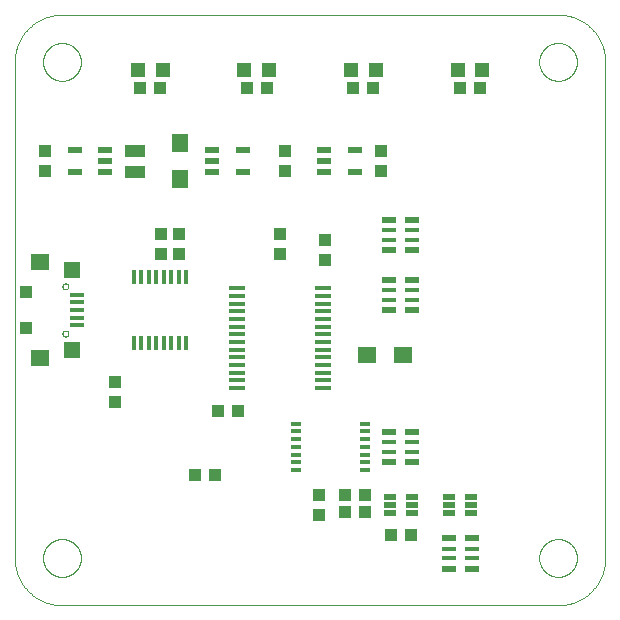
<source format=gtp>
G75*
%MOIN*%
%OFA0B0*%
%FSLAX25Y25*%
%IPPOS*%
%LPD*%
%AMOC8*
5,1,8,0,0,1.08239X$1,22.5*
%
%ADD10R,0.03937X0.04331*%
%ADD11R,0.04724X0.04724*%
%ADD12R,0.04331X0.03937*%
%ADD13R,0.06299X0.05512*%
%ADD14R,0.07008X0.04016*%
%ADD15R,0.05512X0.06299*%
%ADD16R,0.04528X0.01732*%
%ADD17R,0.04528X0.02480*%
%ADD18R,0.05500X0.01370*%
%ADD19R,0.04724X0.02165*%
%ADD20R,0.01260X0.04961*%
%ADD21C,0.00000*%
%ADD22R,0.05906X0.05315*%
%ADD23R,0.05512X0.05512*%
%ADD24R,0.04724X0.01575*%
%ADD25R,0.03543X0.01378*%
%ADD26R,0.03937X0.01850*%
D10*
X0116197Y0106500D03*
X0122890Y0106500D03*
X0089543Y0130654D03*
X0089543Y0137346D03*
X0060016Y0155594D03*
X0060016Y0167406D03*
X0104856Y0180029D03*
X0110793Y0180029D03*
X0110793Y0186721D03*
X0104856Y0186721D03*
X0066165Y0207738D03*
X0066165Y0214431D03*
X0097902Y0235516D03*
X0104594Y0235516D03*
X0133433Y0235516D03*
X0140126Y0235516D03*
X0146165Y0214431D03*
X0146165Y0207738D03*
X0159543Y0184846D03*
X0159543Y0178154D03*
X0178043Y0207738D03*
X0178043Y0214431D03*
X0175657Y0235516D03*
X0168965Y0235516D03*
X0204492Y0235516D03*
X0211185Y0235516D03*
X0172890Y0099937D03*
X0166197Y0099937D03*
X0166197Y0094312D03*
X0172890Y0094312D03*
X0157668Y0093154D03*
X0157668Y0099846D03*
D11*
X0168177Y0241500D03*
X0176445Y0241500D03*
X0203705Y0241500D03*
X0211972Y0241500D03*
X0140913Y0241500D03*
X0132646Y0241500D03*
X0105382Y0241500D03*
X0097114Y0241500D03*
D12*
X0144543Y0186721D03*
X0144543Y0180029D03*
X0130390Y0127712D03*
X0123697Y0127712D03*
X0181509Y0086500D03*
X0188202Y0086500D03*
D13*
X0185449Y0146500D03*
X0173638Y0146500D03*
D14*
X0096165Y0207581D03*
X0096165Y0214589D03*
D15*
X0111165Y0216990D03*
X0111165Y0205179D03*
D16*
X0180705Y0188075D03*
X0180705Y0184925D03*
X0188382Y0184925D03*
X0188382Y0188075D03*
X0188382Y0168075D03*
X0188382Y0164925D03*
X0180705Y0164925D03*
X0180705Y0168075D03*
X0180705Y0117450D03*
X0180705Y0114300D03*
X0188382Y0114300D03*
X0188382Y0117450D03*
X0200705Y0081825D03*
X0200705Y0078675D03*
X0208382Y0078675D03*
X0208382Y0081825D03*
D17*
X0208382Y0085348D03*
X0200705Y0085348D03*
X0200705Y0075152D03*
X0208382Y0075152D03*
X0188382Y0110777D03*
X0180705Y0110777D03*
X0180705Y0120973D03*
X0188382Y0120973D03*
X0188382Y0161402D03*
X0180705Y0161402D03*
X0180705Y0171598D03*
X0188382Y0171598D03*
X0188382Y0181402D03*
X0180705Y0181402D03*
X0180705Y0191598D03*
X0188382Y0191598D03*
D18*
X0158937Y0168759D03*
X0158937Y0166200D03*
X0158937Y0163641D03*
X0158937Y0161082D03*
X0158937Y0158523D03*
X0158937Y0155964D03*
X0158937Y0153405D03*
X0158937Y0150845D03*
X0158937Y0148286D03*
X0158937Y0145727D03*
X0158937Y0143168D03*
X0158937Y0140609D03*
X0158937Y0138050D03*
X0158937Y0135491D03*
X0130150Y0135491D03*
X0130150Y0138050D03*
X0130150Y0140609D03*
X0130150Y0143168D03*
X0130150Y0145727D03*
X0130150Y0148286D03*
X0130150Y0150845D03*
X0130150Y0153405D03*
X0130150Y0155964D03*
X0130150Y0158523D03*
X0130150Y0161082D03*
X0130150Y0163641D03*
X0130150Y0166200D03*
X0130150Y0168759D03*
D19*
X0132161Y0207344D03*
X0121925Y0207344D03*
X0121925Y0211085D03*
X0121925Y0214825D03*
X0132161Y0214825D03*
X0159157Y0214825D03*
X0159157Y0211085D03*
X0159157Y0207344D03*
X0169394Y0207344D03*
X0169394Y0214825D03*
X0086283Y0214825D03*
X0086283Y0211085D03*
X0086283Y0207344D03*
X0076047Y0207344D03*
X0076047Y0214825D03*
D20*
X0095791Y0172441D03*
X0098291Y0172441D03*
X0100791Y0172441D03*
X0103291Y0172441D03*
X0105791Y0172441D03*
X0108291Y0172441D03*
X0110791Y0172441D03*
X0113291Y0172441D03*
X0113291Y0150559D03*
X0110791Y0150559D03*
X0108291Y0150559D03*
X0105791Y0150559D03*
X0103291Y0150559D03*
X0100791Y0150559D03*
X0098291Y0150559D03*
X0095791Y0150559D03*
D21*
X0071866Y0063075D02*
X0237220Y0063075D01*
X0230921Y0078823D02*
X0230923Y0078981D01*
X0230929Y0079139D01*
X0230939Y0079297D01*
X0230953Y0079455D01*
X0230971Y0079612D01*
X0230992Y0079769D01*
X0231018Y0079925D01*
X0231048Y0080081D01*
X0231081Y0080236D01*
X0231119Y0080389D01*
X0231160Y0080542D01*
X0231205Y0080694D01*
X0231254Y0080845D01*
X0231307Y0080994D01*
X0231363Y0081142D01*
X0231423Y0081288D01*
X0231487Y0081433D01*
X0231555Y0081576D01*
X0231626Y0081718D01*
X0231700Y0081858D01*
X0231778Y0081995D01*
X0231860Y0082131D01*
X0231944Y0082265D01*
X0232033Y0082396D01*
X0232124Y0082525D01*
X0232219Y0082652D01*
X0232316Y0082777D01*
X0232417Y0082899D01*
X0232521Y0083018D01*
X0232628Y0083135D01*
X0232738Y0083249D01*
X0232851Y0083360D01*
X0232966Y0083469D01*
X0233084Y0083574D01*
X0233205Y0083676D01*
X0233328Y0083776D01*
X0233454Y0083872D01*
X0233582Y0083965D01*
X0233712Y0084055D01*
X0233845Y0084141D01*
X0233980Y0084225D01*
X0234116Y0084304D01*
X0234255Y0084381D01*
X0234396Y0084453D01*
X0234538Y0084523D01*
X0234682Y0084588D01*
X0234828Y0084650D01*
X0234975Y0084708D01*
X0235124Y0084763D01*
X0235274Y0084814D01*
X0235425Y0084861D01*
X0235577Y0084904D01*
X0235730Y0084943D01*
X0235885Y0084979D01*
X0236040Y0085010D01*
X0236196Y0085038D01*
X0236352Y0085062D01*
X0236509Y0085082D01*
X0236667Y0085098D01*
X0236824Y0085110D01*
X0236983Y0085118D01*
X0237141Y0085122D01*
X0237299Y0085122D01*
X0237457Y0085118D01*
X0237616Y0085110D01*
X0237773Y0085098D01*
X0237931Y0085082D01*
X0238088Y0085062D01*
X0238244Y0085038D01*
X0238400Y0085010D01*
X0238555Y0084979D01*
X0238710Y0084943D01*
X0238863Y0084904D01*
X0239015Y0084861D01*
X0239166Y0084814D01*
X0239316Y0084763D01*
X0239465Y0084708D01*
X0239612Y0084650D01*
X0239758Y0084588D01*
X0239902Y0084523D01*
X0240044Y0084453D01*
X0240185Y0084381D01*
X0240324Y0084304D01*
X0240460Y0084225D01*
X0240595Y0084141D01*
X0240728Y0084055D01*
X0240858Y0083965D01*
X0240986Y0083872D01*
X0241112Y0083776D01*
X0241235Y0083676D01*
X0241356Y0083574D01*
X0241474Y0083469D01*
X0241589Y0083360D01*
X0241702Y0083249D01*
X0241812Y0083135D01*
X0241919Y0083018D01*
X0242023Y0082899D01*
X0242124Y0082777D01*
X0242221Y0082652D01*
X0242316Y0082525D01*
X0242407Y0082396D01*
X0242496Y0082265D01*
X0242580Y0082131D01*
X0242662Y0081995D01*
X0242740Y0081858D01*
X0242814Y0081718D01*
X0242885Y0081576D01*
X0242953Y0081433D01*
X0243017Y0081288D01*
X0243077Y0081142D01*
X0243133Y0080994D01*
X0243186Y0080845D01*
X0243235Y0080694D01*
X0243280Y0080542D01*
X0243321Y0080389D01*
X0243359Y0080236D01*
X0243392Y0080081D01*
X0243422Y0079925D01*
X0243448Y0079769D01*
X0243469Y0079612D01*
X0243487Y0079455D01*
X0243501Y0079297D01*
X0243511Y0079139D01*
X0243517Y0078981D01*
X0243519Y0078823D01*
X0243517Y0078665D01*
X0243511Y0078507D01*
X0243501Y0078349D01*
X0243487Y0078191D01*
X0243469Y0078034D01*
X0243448Y0077877D01*
X0243422Y0077721D01*
X0243392Y0077565D01*
X0243359Y0077410D01*
X0243321Y0077257D01*
X0243280Y0077104D01*
X0243235Y0076952D01*
X0243186Y0076801D01*
X0243133Y0076652D01*
X0243077Y0076504D01*
X0243017Y0076358D01*
X0242953Y0076213D01*
X0242885Y0076070D01*
X0242814Y0075928D01*
X0242740Y0075788D01*
X0242662Y0075651D01*
X0242580Y0075515D01*
X0242496Y0075381D01*
X0242407Y0075250D01*
X0242316Y0075121D01*
X0242221Y0074994D01*
X0242124Y0074869D01*
X0242023Y0074747D01*
X0241919Y0074628D01*
X0241812Y0074511D01*
X0241702Y0074397D01*
X0241589Y0074286D01*
X0241474Y0074177D01*
X0241356Y0074072D01*
X0241235Y0073970D01*
X0241112Y0073870D01*
X0240986Y0073774D01*
X0240858Y0073681D01*
X0240728Y0073591D01*
X0240595Y0073505D01*
X0240460Y0073421D01*
X0240324Y0073342D01*
X0240185Y0073265D01*
X0240044Y0073193D01*
X0239902Y0073123D01*
X0239758Y0073058D01*
X0239612Y0072996D01*
X0239465Y0072938D01*
X0239316Y0072883D01*
X0239166Y0072832D01*
X0239015Y0072785D01*
X0238863Y0072742D01*
X0238710Y0072703D01*
X0238555Y0072667D01*
X0238400Y0072636D01*
X0238244Y0072608D01*
X0238088Y0072584D01*
X0237931Y0072564D01*
X0237773Y0072548D01*
X0237616Y0072536D01*
X0237457Y0072528D01*
X0237299Y0072524D01*
X0237141Y0072524D01*
X0236983Y0072528D01*
X0236824Y0072536D01*
X0236667Y0072548D01*
X0236509Y0072564D01*
X0236352Y0072584D01*
X0236196Y0072608D01*
X0236040Y0072636D01*
X0235885Y0072667D01*
X0235730Y0072703D01*
X0235577Y0072742D01*
X0235425Y0072785D01*
X0235274Y0072832D01*
X0235124Y0072883D01*
X0234975Y0072938D01*
X0234828Y0072996D01*
X0234682Y0073058D01*
X0234538Y0073123D01*
X0234396Y0073193D01*
X0234255Y0073265D01*
X0234116Y0073342D01*
X0233980Y0073421D01*
X0233845Y0073505D01*
X0233712Y0073591D01*
X0233582Y0073681D01*
X0233454Y0073774D01*
X0233328Y0073870D01*
X0233205Y0073970D01*
X0233084Y0074072D01*
X0232966Y0074177D01*
X0232851Y0074286D01*
X0232738Y0074397D01*
X0232628Y0074511D01*
X0232521Y0074628D01*
X0232417Y0074747D01*
X0232316Y0074869D01*
X0232219Y0074994D01*
X0232124Y0075121D01*
X0232033Y0075250D01*
X0231944Y0075381D01*
X0231860Y0075515D01*
X0231778Y0075651D01*
X0231700Y0075788D01*
X0231626Y0075928D01*
X0231555Y0076070D01*
X0231487Y0076213D01*
X0231423Y0076358D01*
X0231363Y0076504D01*
X0231307Y0076652D01*
X0231254Y0076801D01*
X0231205Y0076952D01*
X0231160Y0077104D01*
X0231119Y0077257D01*
X0231081Y0077410D01*
X0231048Y0077565D01*
X0231018Y0077721D01*
X0230992Y0077877D01*
X0230971Y0078034D01*
X0230953Y0078191D01*
X0230939Y0078349D01*
X0230929Y0078507D01*
X0230923Y0078665D01*
X0230921Y0078823D01*
X0237220Y0063075D02*
X0237601Y0063080D01*
X0237981Y0063093D01*
X0238361Y0063116D01*
X0238740Y0063149D01*
X0239118Y0063190D01*
X0239495Y0063240D01*
X0239871Y0063300D01*
X0240246Y0063368D01*
X0240618Y0063446D01*
X0240989Y0063533D01*
X0241357Y0063628D01*
X0241723Y0063733D01*
X0242086Y0063846D01*
X0242447Y0063968D01*
X0242804Y0064098D01*
X0243158Y0064238D01*
X0243509Y0064385D01*
X0243856Y0064542D01*
X0244199Y0064706D01*
X0244538Y0064879D01*
X0244873Y0065060D01*
X0245204Y0065249D01*
X0245529Y0065446D01*
X0245850Y0065650D01*
X0246166Y0065863D01*
X0246476Y0066083D01*
X0246782Y0066310D01*
X0247081Y0066545D01*
X0247375Y0066787D01*
X0247663Y0067035D01*
X0247945Y0067291D01*
X0248220Y0067554D01*
X0248489Y0067823D01*
X0248752Y0068098D01*
X0249008Y0068380D01*
X0249256Y0068668D01*
X0249498Y0068962D01*
X0249733Y0069261D01*
X0249960Y0069567D01*
X0250180Y0069877D01*
X0250393Y0070193D01*
X0250597Y0070514D01*
X0250794Y0070839D01*
X0250983Y0071170D01*
X0251164Y0071505D01*
X0251337Y0071844D01*
X0251501Y0072187D01*
X0251658Y0072534D01*
X0251805Y0072885D01*
X0251945Y0073239D01*
X0252075Y0073596D01*
X0252197Y0073957D01*
X0252310Y0074320D01*
X0252415Y0074686D01*
X0252510Y0075054D01*
X0252597Y0075425D01*
X0252675Y0075797D01*
X0252743Y0076172D01*
X0252803Y0076548D01*
X0252853Y0076925D01*
X0252894Y0077303D01*
X0252927Y0077682D01*
X0252950Y0078062D01*
X0252963Y0078442D01*
X0252968Y0078823D01*
X0252969Y0078823D02*
X0252969Y0244177D01*
X0230921Y0244177D02*
X0230923Y0244335D01*
X0230929Y0244493D01*
X0230939Y0244651D01*
X0230953Y0244809D01*
X0230971Y0244966D01*
X0230992Y0245123D01*
X0231018Y0245279D01*
X0231048Y0245435D01*
X0231081Y0245590D01*
X0231119Y0245743D01*
X0231160Y0245896D01*
X0231205Y0246048D01*
X0231254Y0246199D01*
X0231307Y0246348D01*
X0231363Y0246496D01*
X0231423Y0246642D01*
X0231487Y0246787D01*
X0231555Y0246930D01*
X0231626Y0247072D01*
X0231700Y0247212D01*
X0231778Y0247349D01*
X0231860Y0247485D01*
X0231944Y0247619D01*
X0232033Y0247750D01*
X0232124Y0247879D01*
X0232219Y0248006D01*
X0232316Y0248131D01*
X0232417Y0248253D01*
X0232521Y0248372D01*
X0232628Y0248489D01*
X0232738Y0248603D01*
X0232851Y0248714D01*
X0232966Y0248823D01*
X0233084Y0248928D01*
X0233205Y0249030D01*
X0233328Y0249130D01*
X0233454Y0249226D01*
X0233582Y0249319D01*
X0233712Y0249409D01*
X0233845Y0249495D01*
X0233980Y0249579D01*
X0234116Y0249658D01*
X0234255Y0249735D01*
X0234396Y0249807D01*
X0234538Y0249877D01*
X0234682Y0249942D01*
X0234828Y0250004D01*
X0234975Y0250062D01*
X0235124Y0250117D01*
X0235274Y0250168D01*
X0235425Y0250215D01*
X0235577Y0250258D01*
X0235730Y0250297D01*
X0235885Y0250333D01*
X0236040Y0250364D01*
X0236196Y0250392D01*
X0236352Y0250416D01*
X0236509Y0250436D01*
X0236667Y0250452D01*
X0236824Y0250464D01*
X0236983Y0250472D01*
X0237141Y0250476D01*
X0237299Y0250476D01*
X0237457Y0250472D01*
X0237616Y0250464D01*
X0237773Y0250452D01*
X0237931Y0250436D01*
X0238088Y0250416D01*
X0238244Y0250392D01*
X0238400Y0250364D01*
X0238555Y0250333D01*
X0238710Y0250297D01*
X0238863Y0250258D01*
X0239015Y0250215D01*
X0239166Y0250168D01*
X0239316Y0250117D01*
X0239465Y0250062D01*
X0239612Y0250004D01*
X0239758Y0249942D01*
X0239902Y0249877D01*
X0240044Y0249807D01*
X0240185Y0249735D01*
X0240324Y0249658D01*
X0240460Y0249579D01*
X0240595Y0249495D01*
X0240728Y0249409D01*
X0240858Y0249319D01*
X0240986Y0249226D01*
X0241112Y0249130D01*
X0241235Y0249030D01*
X0241356Y0248928D01*
X0241474Y0248823D01*
X0241589Y0248714D01*
X0241702Y0248603D01*
X0241812Y0248489D01*
X0241919Y0248372D01*
X0242023Y0248253D01*
X0242124Y0248131D01*
X0242221Y0248006D01*
X0242316Y0247879D01*
X0242407Y0247750D01*
X0242496Y0247619D01*
X0242580Y0247485D01*
X0242662Y0247349D01*
X0242740Y0247212D01*
X0242814Y0247072D01*
X0242885Y0246930D01*
X0242953Y0246787D01*
X0243017Y0246642D01*
X0243077Y0246496D01*
X0243133Y0246348D01*
X0243186Y0246199D01*
X0243235Y0246048D01*
X0243280Y0245896D01*
X0243321Y0245743D01*
X0243359Y0245590D01*
X0243392Y0245435D01*
X0243422Y0245279D01*
X0243448Y0245123D01*
X0243469Y0244966D01*
X0243487Y0244809D01*
X0243501Y0244651D01*
X0243511Y0244493D01*
X0243517Y0244335D01*
X0243519Y0244177D01*
X0243517Y0244019D01*
X0243511Y0243861D01*
X0243501Y0243703D01*
X0243487Y0243545D01*
X0243469Y0243388D01*
X0243448Y0243231D01*
X0243422Y0243075D01*
X0243392Y0242919D01*
X0243359Y0242764D01*
X0243321Y0242611D01*
X0243280Y0242458D01*
X0243235Y0242306D01*
X0243186Y0242155D01*
X0243133Y0242006D01*
X0243077Y0241858D01*
X0243017Y0241712D01*
X0242953Y0241567D01*
X0242885Y0241424D01*
X0242814Y0241282D01*
X0242740Y0241142D01*
X0242662Y0241005D01*
X0242580Y0240869D01*
X0242496Y0240735D01*
X0242407Y0240604D01*
X0242316Y0240475D01*
X0242221Y0240348D01*
X0242124Y0240223D01*
X0242023Y0240101D01*
X0241919Y0239982D01*
X0241812Y0239865D01*
X0241702Y0239751D01*
X0241589Y0239640D01*
X0241474Y0239531D01*
X0241356Y0239426D01*
X0241235Y0239324D01*
X0241112Y0239224D01*
X0240986Y0239128D01*
X0240858Y0239035D01*
X0240728Y0238945D01*
X0240595Y0238859D01*
X0240460Y0238775D01*
X0240324Y0238696D01*
X0240185Y0238619D01*
X0240044Y0238547D01*
X0239902Y0238477D01*
X0239758Y0238412D01*
X0239612Y0238350D01*
X0239465Y0238292D01*
X0239316Y0238237D01*
X0239166Y0238186D01*
X0239015Y0238139D01*
X0238863Y0238096D01*
X0238710Y0238057D01*
X0238555Y0238021D01*
X0238400Y0237990D01*
X0238244Y0237962D01*
X0238088Y0237938D01*
X0237931Y0237918D01*
X0237773Y0237902D01*
X0237616Y0237890D01*
X0237457Y0237882D01*
X0237299Y0237878D01*
X0237141Y0237878D01*
X0236983Y0237882D01*
X0236824Y0237890D01*
X0236667Y0237902D01*
X0236509Y0237918D01*
X0236352Y0237938D01*
X0236196Y0237962D01*
X0236040Y0237990D01*
X0235885Y0238021D01*
X0235730Y0238057D01*
X0235577Y0238096D01*
X0235425Y0238139D01*
X0235274Y0238186D01*
X0235124Y0238237D01*
X0234975Y0238292D01*
X0234828Y0238350D01*
X0234682Y0238412D01*
X0234538Y0238477D01*
X0234396Y0238547D01*
X0234255Y0238619D01*
X0234116Y0238696D01*
X0233980Y0238775D01*
X0233845Y0238859D01*
X0233712Y0238945D01*
X0233582Y0239035D01*
X0233454Y0239128D01*
X0233328Y0239224D01*
X0233205Y0239324D01*
X0233084Y0239426D01*
X0232966Y0239531D01*
X0232851Y0239640D01*
X0232738Y0239751D01*
X0232628Y0239865D01*
X0232521Y0239982D01*
X0232417Y0240101D01*
X0232316Y0240223D01*
X0232219Y0240348D01*
X0232124Y0240475D01*
X0232033Y0240604D01*
X0231944Y0240735D01*
X0231860Y0240869D01*
X0231778Y0241005D01*
X0231700Y0241142D01*
X0231626Y0241282D01*
X0231555Y0241424D01*
X0231487Y0241567D01*
X0231423Y0241712D01*
X0231363Y0241858D01*
X0231307Y0242006D01*
X0231254Y0242155D01*
X0231205Y0242306D01*
X0231160Y0242458D01*
X0231119Y0242611D01*
X0231081Y0242764D01*
X0231048Y0242919D01*
X0231018Y0243075D01*
X0230992Y0243231D01*
X0230971Y0243388D01*
X0230953Y0243545D01*
X0230939Y0243703D01*
X0230929Y0243861D01*
X0230923Y0244019D01*
X0230921Y0244177D01*
X0237220Y0259925D02*
X0237601Y0259920D01*
X0237981Y0259907D01*
X0238361Y0259884D01*
X0238740Y0259851D01*
X0239118Y0259810D01*
X0239495Y0259760D01*
X0239871Y0259700D01*
X0240246Y0259632D01*
X0240618Y0259554D01*
X0240989Y0259467D01*
X0241357Y0259372D01*
X0241723Y0259267D01*
X0242086Y0259154D01*
X0242447Y0259032D01*
X0242804Y0258902D01*
X0243158Y0258762D01*
X0243509Y0258615D01*
X0243856Y0258458D01*
X0244199Y0258294D01*
X0244538Y0258121D01*
X0244873Y0257940D01*
X0245204Y0257751D01*
X0245529Y0257554D01*
X0245850Y0257350D01*
X0246166Y0257137D01*
X0246476Y0256917D01*
X0246782Y0256690D01*
X0247081Y0256455D01*
X0247375Y0256213D01*
X0247663Y0255965D01*
X0247945Y0255709D01*
X0248220Y0255446D01*
X0248489Y0255177D01*
X0248752Y0254902D01*
X0249008Y0254620D01*
X0249256Y0254332D01*
X0249498Y0254038D01*
X0249733Y0253739D01*
X0249960Y0253433D01*
X0250180Y0253123D01*
X0250393Y0252807D01*
X0250597Y0252486D01*
X0250794Y0252161D01*
X0250983Y0251830D01*
X0251164Y0251495D01*
X0251337Y0251156D01*
X0251501Y0250813D01*
X0251658Y0250466D01*
X0251805Y0250115D01*
X0251945Y0249761D01*
X0252075Y0249404D01*
X0252197Y0249043D01*
X0252310Y0248680D01*
X0252415Y0248314D01*
X0252510Y0247946D01*
X0252597Y0247575D01*
X0252675Y0247203D01*
X0252743Y0246828D01*
X0252803Y0246452D01*
X0252853Y0246075D01*
X0252894Y0245697D01*
X0252927Y0245318D01*
X0252950Y0244938D01*
X0252963Y0244558D01*
X0252968Y0244177D01*
X0237220Y0259925D02*
X0071866Y0259925D01*
X0065567Y0244177D02*
X0065569Y0244335D01*
X0065575Y0244493D01*
X0065585Y0244651D01*
X0065599Y0244809D01*
X0065617Y0244966D01*
X0065638Y0245123D01*
X0065664Y0245279D01*
X0065694Y0245435D01*
X0065727Y0245590D01*
X0065765Y0245743D01*
X0065806Y0245896D01*
X0065851Y0246048D01*
X0065900Y0246199D01*
X0065953Y0246348D01*
X0066009Y0246496D01*
X0066069Y0246642D01*
X0066133Y0246787D01*
X0066201Y0246930D01*
X0066272Y0247072D01*
X0066346Y0247212D01*
X0066424Y0247349D01*
X0066506Y0247485D01*
X0066590Y0247619D01*
X0066679Y0247750D01*
X0066770Y0247879D01*
X0066865Y0248006D01*
X0066962Y0248131D01*
X0067063Y0248253D01*
X0067167Y0248372D01*
X0067274Y0248489D01*
X0067384Y0248603D01*
X0067497Y0248714D01*
X0067612Y0248823D01*
X0067730Y0248928D01*
X0067851Y0249030D01*
X0067974Y0249130D01*
X0068100Y0249226D01*
X0068228Y0249319D01*
X0068358Y0249409D01*
X0068491Y0249495D01*
X0068626Y0249579D01*
X0068762Y0249658D01*
X0068901Y0249735D01*
X0069042Y0249807D01*
X0069184Y0249877D01*
X0069328Y0249942D01*
X0069474Y0250004D01*
X0069621Y0250062D01*
X0069770Y0250117D01*
X0069920Y0250168D01*
X0070071Y0250215D01*
X0070223Y0250258D01*
X0070376Y0250297D01*
X0070531Y0250333D01*
X0070686Y0250364D01*
X0070842Y0250392D01*
X0070998Y0250416D01*
X0071155Y0250436D01*
X0071313Y0250452D01*
X0071470Y0250464D01*
X0071629Y0250472D01*
X0071787Y0250476D01*
X0071945Y0250476D01*
X0072103Y0250472D01*
X0072262Y0250464D01*
X0072419Y0250452D01*
X0072577Y0250436D01*
X0072734Y0250416D01*
X0072890Y0250392D01*
X0073046Y0250364D01*
X0073201Y0250333D01*
X0073356Y0250297D01*
X0073509Y0250258D01*
X0073661Y0250215D01*
X0073812Y0250168D01*
X0073962Y0250117D01*
X0074111Y0250062D01*
X0074258Y0250004D01*
X0074404Y0249942D01*
X0074548Y0249877D01*
X0074690Y0249807D01*
X0074831Y0249735D01*
X0074970Y0249658D01*
X0075106Y0249579D01*
X0075241Y0249495D01*
X0075374Y0249409D01*
X0075504Y0249319D01*
X0075632Y0249226D01*
X0075758Y0249130D01*
X0075881Y0249030D01*
X0076002Y0248928D01*
X0076120Y0248823D01*
X0076235Y0248714D01*
X0076348Y0248603D01*
X0076458Y0248489D01*
X0076565Y0248372D01*
X0076669Y0248253D01*
X0076770Y0248131D01*
X0076867Y0248006D01*
X0076962Y0247879D01*
X0077053Y0247750D01*
X0077142Y0247619D01*
X0077226Y0247485D01*
X0077308Y0247349D01*
X0077386Y0247212D01*
X0077460Y0247072D01*
X0077531Y0246930D01*
X0077599Y0246787D01*
X0077663Y0246642D01*
X0077723Y0246496D01*
X0077779Y0246348D01*
X0077832Y0246199D01*
X0077881Y0246048D01*
X0077926Y0245896D01*
X0077967Y0245743D01*
X0078005Y0245590D01*
X0078038Y0245435D01*
X0078068Y0245279D01*
X0078094Y0245123D01*
X0078115Y0244966D01*
X0078133Y0244809D01*
X0078147Y0244651D01*
X0078157Y0244493D01*
X0078163Y0244335D01*
X0078165Y0244177D01*
X0078163Y0244019D01*
X0078157Y0243861D01*
X0078147Y0243703D01*
X0078133Y0243545D01*
X0078115Y0243388D01*
X0078094Y0243231D01*
X0078068Y0243075D01*
X0078038Y0242919D01*
X0078005Y0242764D01*
X0077967Y0242611D01*
X0077926Y0242458D01*
X0077881Y0242306D01*
X0077832Y0242155D01*
X0077779Y0242006D01*
X0077723Y0241858D01*
X0077663Y0241712D01*
X0077599Y0241567D01*
X0077531Y0241424D01*
X0077460Y0241282D01*
X0077386Y0241142D01*
X0077308Y0241005D01*
X0077226Y0240869D01*
X0077142Y0240735D01*
X0077053Y0240604D01*
X0076962Y0240475D01*
X0076867Y0240348D01*
X0076770Y0240223D01*
X0076669Y0240101D01*
X0076565Y0239982D01*
X0076458Y0239865D01*
X0076348Y0239751D01*
X0076235Y0239640D01*
X0076120Y0239531D01*
X0076002Y0239426D01*
X0075881Y0239324D01*
X0075758Y0239224D01*
X0075632Y0239128D01*
X0075504Y0239035D01*
X0075374Y0238945D01*
X0075241Y0238859D01*
X0075106Y0238775D01*
X0074970Y0238696D01*
X0074831Y0238619D01*
X0074690Y0238547D01*
X0074548Y0238477D01*
X0074404Y0238412D01*
X0074258Y0238350D01*
X0074111Y0238292D01*
X0073962Y0238237D01*
X0073812Y0238186D01*
X0073661Y0238139D01*
X0073509Y0238096D01*
X0073356Y0238057D01*
X0073201Y0238021D01*
X0073046Y0237990D01*
X0072890Y0237962D01*
X0072734Y0237938D01*
X0072577Y0237918D01*
X0072419Y0237902D01*
X0072262Y0237890D01*
X0072103Y0237882D01*
X0071945Y0237878D01*
X0071787Y0237878D01*
X0071629Y0237882D01*
X0071470Y0237890D01*
X0071313Y0237902D01*
X0071155Y0237918D01*
X0070998Y0237938D01*
X0070842Y0237962D01*
X0070686Y0237990D01*
X0070531Y0238021D01*
X0070376Y0238057D01*
X0070223Y0238096D01*
X0070071Y0238139D01*
X0069920Y0238186D01*
X0069770Y0238237D01*
X0069621Y0238292D01*
X0069474Y0238350D01*
X0069328Y0238412D01*
X0069184Y0238477D01*
X0069042Y0238547D01*
X0068901Y0238619D01*
X0068762Y0238696D01*
X0068626Y0238775D01*
X0068491Y0238859D01*
X0068358Y0238945D01*
X0068228Y0239035D01*
X0068100Y0239128D01*
X0067974Y0239224D01*
X0067851Y0239324D01*
X0067730Y0239426D01*
X0067612Y0239531D01*
X0067497Y0239640D01*
X0067384Y0239751D01*
X0067274Y0239865D01*
X0067167Y0239982D01*
X0067063Y0240101D01*
X0066962Y0240223D01*
X0066865Y0240348D01*
X0066770Y0240475D01*
X0066679Y0240604D01*
X0066590Y0240735D01*
X0066506Y0240869D01*
X0066424Y0241005D01*
X0066346Y0241142D01*
X0066272Y0241282D01*
X0066201Y0241424D01*
X0066133Y0241567D01*
X0066069Y0241712D01*
X0066009Y0241858D01*
X0065953Y0242006D01*
X0065900Y0242155D01*
X0065851Y0242306D01*
X0065806Y0242458D01*
X0065765Y0242611D01*
X0065727Y0242764D01*
X0065694Y0242919D01*
X0065664Y0243075D01*
X0065638Y0243231D01*
X0065617Y0243388D01*
X0065599Y0243545D01*
X0065585Y0243703D01*
X0065575Y0243861D01*
X0065569Y0244019D01*
X0065567Y0244177D01*
X0056118Y0244177D02*
X0056123Y0244558D01*
X0056136Y0244938D01*
X0056159Y0245318D01*
X0056192Y0245697D01*
X0056233Y0246075D01*
X0056283Y0246452D01*
X0056343Y0246828D01*
X0056411Y0247203D01*
X0056489Y0247575D01*
X0056576Y0247946D01*
X0056671Y0248314D01*
X0056776Y0248680D01*
X0056889Y0249043D01*
X0057011Y0249404D01*
X0057141Y0249761D01*
X0057281Y0250115D01*
X0057428Y0250466D01*
X0057585Y0250813D01*
X0057749Y0251156D01*
X0057922Y0251495D01*
X0058103Y0251830D01*
X0058292Y0252161D01*
X0058489Y0252486D01*
X0058693Y0252807D01*
X0058906Y0253123D01*
X0059126Y0253433D01*
X0059353Y0253739D01*
X0059588Y0254038D01*
X0059830Y0254332D01*
X0060078Y0254620D01*
X0060334Y0254902D01*
X0060597Y0255177D01*
X0060866Y0255446D01*
X0061141Y0255709D01*
X0061423Y0255965D01*
X0061711Y0256213D01*
X0062005Y0256455D01*
X0062304Y0256690D01*
X0062610Y0256917D01*
X0062920Y0257137D01*
X0063236Y0257350D01*
X0063557Y0257554D01*
X0063882Y0257751D01*
X0064213Y0257940D01*
X0064548Y0258121D01*
X0064887Y0258294D01*
X0065230Y0258458D01*
X0065577Y0258615D01*
X0065928Y0258762D01*
X0066282Y0258902D01*
X0066639Y0259032D01*
X0067000Y0259154D01*
X0067363Y0259267D01*
X0067729Y0259372D01*
X0068097Y0259467D01*
X0068468Y0259554D01*
X0068840Y0259632D01*
X0069215Y0259700D01*
X0069591Y0259760D01*
X0069968Y0259810D01*
X0070346Y0259851D01*
X0070725Y0259884D01*
X0071105Y0259907D01*
X0071485Y0259920D01*
X0071866Y0259925D01*
X0056118Y0244177D02*
X0056118Y0078823D01*
X0065567Y0078823D02*
X0065569Y0078981D01*
X0065575Y0079139D01*
X0065585Y0079297D01*
X0065599Y0079455D01*
X0065617Y0079612D01*
X0065638Y0079769D01*
X0065664Y0079925D01*
X0065694Y0080081D01*
X0065727Y0080236D01*
X0065765Y0080389D01*
X0065806Y0080542D01*
X0065851Y0080694D01*
X0065900Y0080845D01*
X0065953Y0080994D01*
X0066009Y0081142D01*
X0066069Y0081288D01*
X0066133Y0081433D01*
X0066201Y0081576D01*
X0066272Y0081718D01*
X0066346Y0081858D01*
X0066424Y0081995D01*
X0066506Y0082131D01*
X0066590Y0082265D01*
X0066679Y0082396D01*
X0066770Y0082525D01*
X0066865Y0082652D01*
X0066962Y0082777D01*
X0067063Y0082899D01*
X0067167Y0083018D01*
X0067274Y0083135D01*
X0067384Y0083249D01*
X0067497Y0083360D01*
X0067612Y0083469D01*
X0067730Y0083574D01*
X0067851Y0083676D01*
X0067974Y0083776D01*
X0068100Y0083872D01*
X0068228Y0083965D01*
X0068358Y0084055D01*
X0068491Y0084141D01*
X0068626Y0084225D01*
X0068762Y0084304D01*
X0068901Y0084381D01*
X0069042Y0084453D01*
X0069184Y0084523D01*
X0069328Y0084588D01*
X0069474Y0084650D01*
X0069621Y0084708D01*
X0069770Y0084763D01*
X0069920Y0084814D01*
X0070071Y0084861D01*
X0070223Y0084904D01*
X0070376Y0084943D01*
X0070531Y0084979D01*
X0070686Y0085010D01*
X0070842Y0085038D01*
X0070998Y0085062D01*
X0071155Y0085082D01*
X0071313Y0085098D01*
X0071470Y0085110D01*
X0071629Y0085118D01*
X0071787Y0085122D01*
X0071945Y0085122D01*
X0072103Y0085118D01*
X0072262Y0085110D01*
X0072419Y0085098D01*
X0072577Y0085082D01*
X0072734Y0085062D01*
X0072890Y0085038D01*
X0073046Y0085010D01*
X0073201Y0084979D01*
X0073356Y0084943D01*
X0073509Y0084904D01*
X0073661Y0084861D01*
X0073812Y0084814D01*
X0073962Y0084763D01*
X0074111Y0084708D01*
X0074258Y0084650D01*
X0074404Y0084588D01*
X0074548Y0084523D01*
X0074690Y0084453D01*
X0074831Y0084381D01*
X0074970Y0084304D01*
X0075106Y0084225D01*
X0075241Y0084141D01*
X0075374Y0084055D01*
X0075504Y0083965D01*
X0075632Y0083872D01*
X0075758Y0083776D01*
X0075881Y0083676D01*
X0076002Y0083574D01*
X0076120Y0083469D01*
X0076235Y0083360D01*
X0076348Y0083249D01*
X0076458Y0083135D01*
X0076565Y0083018D01*
X0076669Y0082899D01*
X0076770Y0082777D01*
X0076867Y0082652D01*
X0076962Y0082525D01*
X0077053Y0082396D01*
X0077142Y0082265D01*
X0077226Y0082131D01*
X0077308Y0081995D01*
X0077386Y0081858D01*
X0077460Y0081718D01*
X0077531Y0081576D01*
X0077599Y0081433D01*
X0077663Y0081288D01*
X0077723Y0081142D01*
X0077779Y0080994D01*
X0077832Y0080845D01*
X0077881Y0080694D01*
X0077926Y0080542D01*
X0077967Y0080389D01*
X0078005Y0080236D01*
X0078038Y0080081D01*
X0078068Y0079925D01*
X0078094Y0079769D01*
X0078115Y0079612D01*
X0078133Y0079455D01*
X0078147Y0079297D01*
X0078157Y0079139D01*
X0078163Y0078981D01*
X0078165Y0078823D01*
X0078163Y0078665D01*
X0078157Y0078507D01*
X0078147Y0078349D01*
X0078133Y0078191D01*
X0078115Y0078034D01*
X0078094Y0077877D01*
X0078068Y0077721D01*
X0078038Y0077565D01*
X0078005Y0077410D01*
X0077967Y0077257D01*
X0077926Y0077104D01*
X0077881Y0076952D01*
X0077832Y0076801D01*
X0077779Y0076652D01*
X0077723Y0076504D01*
X0077663Y0076358D01*
X0077599Y0076213D01*
X0077531Y0076070D01*
X0077460Y0075928D01*
X0077386Y0075788D01*
X0077308Y0075651D01*
X0077226Y0075515D01*
X0077142Y0075381D01*
X0077053Y0075250D01*
X0076962Y0075121D01*
X0076867Y0074994D01*
X0076770Y0074869D01*
X0076669Y0074747D01*
X0076565Y0074628D01*
X0076458Y0074511D01*
X0076348Y0074397D01*
X0076235Y0074286D01*
X0076120Y0074177D01*
X0076002Y0074072D01*
X0075881Y0073970D01*
X0075758Y0073870D01*
X0075632Y0073774D01*
X0075504Y0073681D01*
X0075374Y0073591D01*
X0075241Y0073505D01*
X0075106Y0073421D01*
X0074970Y0073342D01*
X0074831Y0073265D01*
X0074690Y0073193D01*
X0074548Y0073123D01*
X0074404Y0073058D01*
X0074258Y0072996D01*
X0074111Y0072938D01*
X0073962Y0072883D01*
X0073812Y0072832D01*
X0073661Y0072785D01*
X0073509Y0072742D01*
X0073356Y0072703D01*
X0073201Y0072667D01*
X0073046Y0072636D01*
X0072890Y0072608D01*
X0072734Y0072584D01*
X0072577Y0072564D01*
X0072419Y0072548D01*
X0072262Y0072536D01*
X0072103Y0072528D01*
X0071945Y0072524D01*
X0071787Y0072524D01*
X0071629Y0072528D01*
X0071470Y0072536D01*
X0071313Y0072548D01*
X0071155Y0072564D01*
X0070998Y0072584D01*
X0070842Y0072608D01*
X0070686Y0072636D01*
X0070531Y0072667D01*
X0070376Y0072703D01*
X0070223Y0072742D01*
X0070071Y0072785D01*
X0069920Y0072832D01*
X0069770Y0072883D01*
X0069621Y0072938D01*
X0069474Y0072996D01*
X0069328Y0073058D01*
X0069184Y0073123D01*
X0069042Y0073193D01*
X0068901Y0073265D01*
X0068762Y0073342D01*
X0068626Y0073421D01*
X0068491Y0073505D01*
X0068358Y0073591D01*
X0068228Y0073681D01*
X0068100Y0073774D01*
X0067974Y0073870D01*
X0067851Y0073970D01*
X0067730Y0074072D01*
X0067612Y0074177D01*
X0067497Y0074286D01*
X0067384Y0074397D01*
X0067274Y0074511D01*
X0067167Y0074628D01*
X0067063Y0074747D01*
X0066962Y0074869D01*
X0066865Y0074994D01*
X0066770Y0075121D01*
X0066679Y0075250D01*
X0066590Y0075381D01*
X0066506Y0075515D01*
X0066424Y0075651D01*
X0066346Y0075788D01*
X0066272Y0075928D01*
X0066201Y0076070D01*
X0066133Y0076213D01*
X0066069Y0076358D01*
X0066009Y0076504D01*
X0065953Y0076652D01*
X0065900Y0076801D01*
X0065851Y0076952D01*
X0065806Y0077104D01*
X0065765Y0077257D01*
X0065727Y0077410D01*
X0065694Y0077565D01*
X0065664Y0077721D01*
X0065638Y0077877D01*
X0065617Y0078034D01*
X0065599Y0078191D01*
X0065585Y0078349D01*
X0065575Y0078507D01*
X0065569Y0078665D01*
X0065567Y0078823D01*
X0056118Y0078823D02*
X0056123Y0078442D01*
X0056136Y0078062D01*
X0056159Y0077682D01*
X0056192Y0077303D01*
X0056233Y0076925D01*
X0056283Y0076548D01*
X0056343Y0076172D01*
X0056411Y0075797D01*
X0056489Y0075425D01*
X0056576Y0075054D01*
X0056671Y0074686D01*
X0056776Y0074320D01*
X0056889Y0073957D01*
X0057011Y0073596D01*
X0057141Y0073239D01*
X0057281Y0072885D01*
X0057428Y0072534D01*
X0057585Y0072187D01*
X0057749Y0071844D01*
X0057922Y0071505D01*
X0058103Y0071170D01*
X0058292Y0070839D01*
X0058489Y0070514D01*
X0058693Y0070193D01*
X0058906Y0069877D01*
X0059126Y0069567D01*
X0059353Y0069261D01*
X0059588Y0068962D01*
X0059830Y0068668D01*
X0060078Y0068380D01*
X0060334Y0068098D01*
X0060597Y0067823D01*
X0060866Y0067554D01*
X0061141Y0067291D01*
X0061423Y0067035D01*
X0061711Y0066787D01*
X0062005Y0066545D01*
X0062304Y0066310D01*
X0062610Y0066083D01*
X0062920Y0065863D01*
X0063236Y0065650D01*
X0063557Y0065446D01*
X0063882Y0065249D01*
X0064213Y0065060D01*
X0064548Y0064879D01*
X0064887Y0064706D01*
X0065230Y0064542D01*
X0065577Y0064385D01*
X0065928Y0064238D01*
X0066282Y0064098D01*
X0066639Y0063968D01*
X0067000Y0063846D01*
X0067363Y0063733D01*
X0067729Y0063628D01*
X0068097Y0063533D01*
X0068468Y0063446D01*
X0068840Y0063368D01*
X0069215Y0063300D01*
X0069591Y0063240D01*
X0069968Y0063190D01*
X0070346Y0063149D01*
X0070725Y0063116D01*
X0071105Y0063093D01*
X0071485Y0063080D01*
X0071866Y0063075D01*
X0072024Y0153626D02*
X0072026Y0153688D01*
X0072032Y0153751D01*
X0072042Y0153812D01*
X0072056Y0153873D01*
X0072073Y0153933D01*
X0072094Y0153992D01*
X0072120Y0154049D01*
X0072148Y0154104D01*
X0072180Y0154158D01*
X0072216Y0154209D01*
X0072254Y0154259D01*
X0072296Y0154305D01*
X0072340Y0154349D01*
X0072388Y0154390D01*
X0072437Y0154428D01*
X0072489Y0154462D01*
X0072543Y0154493D01*
X0072599Y0154521D01*
X0072657Y0154545D01*
X0072716Y0154566D01*
X0072776Y0154582D01*
X0072837Y0154595D01*
X0072899Y0154604D01*
X0072961Y0154609D01*
X0073024Y0154610D01*
X0073086Y0154607D01*
X0073148Y0154600D01*
X0073210Y0154589D01*
X0073270Y0154574D01*
X0073330Y0154556D01*
X0073388Y0154534D01*
X0073445Y0154508D01*
X0073500Y0154478D01*
X0073553Y0154445D01*
X0073604Y0154409D01*
X0073652Y0154370D01*
X0073698Y0154327D01*
X0073741Y0154282D01*
X0073781Y0154234D01*
X0073818Y0154184D01*
X0073852Y0154131D01*
X0073883Y0154077D01*
X0073909Y0154021D01*
X0073933Y0153963D01*
X0073952Y0153903D01*
X0073968Y0153843D01*
X0073980Y0153781D01*
X0073988Y0153720D01*
X0073992Y0153657D01*
X0073992Y0153595D01*
X0073988Y0153532D01*
X0073980Y0153471D01*
X0073968Y0153409D01*
X0073952Y0153349D01*
X0073933Y0153289D01*
X0073909Y0153231D01*
X0073883Y0153175D01*
X0073852Y0153121D01*
X0073818Y0153068D01*
X0073781Y0153018D01*
X0073741Y0152970D01*
X0073698Y0152925D01*
X0073652Y0152882D01*
X0073604Y0152843D01*
X0073553Y0152807D01*
X0073500Y0152774D01*
X0073445Y0152744D01*
X0073388Y0152718D01*
X0073330Y0152696D01*
X0073270Y0152678D01*
X0073210Y0152663D01*
X0073148Y0152652D01*
X0073086Y0152645D01*
X0073024Y0152642D01*
X0072961Y0152643D01*
X0072899Y0152648D01*
X0072837Y0152657D01*
X0072776Y0152670D01*
X0072716Y0152686D01*
X0072657Y0152707D01*
X0072599Y0152731D01*
X0072543Y0152759D01*
X0072489Y0152790D01*
X0072437Y0152824D01*
X0072388Y0152862D01*
X0072340Y0152903D01*
X0072296Y0152947D01*
X0072254Y0152993D01*
X0072216Y0153043D01*
X0072180Y0153094D01*
X0072148Y0153148D01*
X0072120Y0153203D01*
X0072094Y0153260D01*
X0072073Y0153319D01*
X0072056Y0153379D01*
X0072042Y0153440D01*
X0072032Y0153501D01*
X0072026Y0153564D01*
X0072024Y0153626D01*
X0072024Y0169374D02*
X0072026Y0169436D01*
X0072032Y0169499D01*
X0072042Y0169560D01*
X0072056Y0169621D01*
X0072073Y0169681D01*
X0072094Y0169740D01*
X0072120Y0169797D01*
X0072148Y0169852D01*
X0072180Y0169906D01*
X0072216Y0169957D01*
X0072254Y0170007D01*
X0072296Y0170053D01*
X0072340Y0170097D01*
X0072388Y0170138D01*
X0072437Y0170176D01*
X0072489Y0170210D01*
X0072543Y0170241D01*
X0072599Y0170269D01*
X0072657Y0170293D01*
X0072716Y0170314D01*
X0072776Y0170330D01*
X0072837Y0170343D01*
X0072899Y0170352D01*
X0072961Y0170357D01*
X0073024Y0170358D01*
X0073086Y0170355D01*
X0073148Y0170348D01*
X0073210Y0170337D01*
X0073270Y0170322D01*
X0073330Y0170304D01*
X0073388Y0170282D01*
X0073445Y0170256D01*
X0073500Y0170226D01*
X0073553Y0170193D01*
X0073604Y0170157D01*
X0073652Y0170118D01*
X0073698Y0170075D01*
X0073741Y0170030D01*
X0073781Y0169982D01*
X0073818Y0169932D01*
X0073852Y0169879D01*
X0073883Y0169825D01*
X0073909Y0169769D01*
X0073933Y0169711D01*
X0073952Y0169651D01*
X0073968Y0169591D01*
X0073980Y0169529D01*
X0073988Y0169468D01*
X0073992Y0169405D01*
X0073992Y0169343D01*
X0073988Y0169280D01*
X0073980Y0169219D01*
X0073968Y0169157D01*
X0073952Y0169097D01*
X0073933Y0169037D01*
X0073909Y0168979D01*
X0073883Y0168923D01*
X0073852Y0168869D01*
X0073818Y0168816D01*
X0073781Y0168766D01*
X0073741Y0168718D01*
X0073698Y0168673D01*
X0073652Y0168630D01*
X0073604Y0168591D01*
X0073553Y0168555D01*
X0073500Y0168522D01*
X0073445Y0168492D01*
X0073388Y0168466D01*
X0073330Y0168444D01*
X0073270Y0168426D01*
X0073210Y0168411D01*
X0073148Y0168400D01*
X0073086Y0168393D01*
X0073024Y0168390D01*
X0072961Y0168391D01*
X0072899Y0168396D01*
X0072837Y0168405D01*
X0072776Y0168418D01*
X0072716Y0168434D01*
X0072657Y0168455D01*
X0072599Y0168479D01*
X0072543Y0168507D01*
X0072489Y0168538D01*
X0072437Y0168572D01*
X0072388Y0168610D01*
X0072340Y0168651D01*
X0072296Y0168695D01*
X0072254Y0168741D01*
X0072216Y0168791D01*
X0072180Y0168842D01*
X0072148Y0168896D01*
X0072120Y0168951D01*
X0072094Y0169008D01*
X0072073Y0169067D01*
X0072056Y0169127D01*
X0072042Y0169188D01*
X0072032Y0169249D01*
X0072026Y0169312D01*
X0072024Y0169374D01*
D22*
X0064543Y0177543D03*
X0064543Y0145457D03*
D23*
X0075173Y0148311D03*
X0075173Y0174689D03*
D24*
X0076984Y0166618D03*
X0076984Y0164059D03*
X0076984Y0161500D03*
X0076984Y0158941D03*
X0076984Y0156382D03*
D25*
X0149903Y0123552D03*
X0149903Y0120993D03*
X0149903Y0118434D03*
X0149903Y0115875D03*
X0149903Y0113316D03*
X0149903Y0110757D03*
X0149903Y0108198D03*
X0172934Y0108198D03*
X0172934Y0110757D03*
X0172934Y0113316D03*
X0172934Y0115875D03*
X0172934Y0118434D03*
X0172934Y0120993D03*
X0172934Y0123552D03*
D26*
X0181312Y0099059D03*
X0181312Y0096500D03*
X0181312Y0093941D03*
X0188399Y0093941D03*
X0188399Y0096500D03*
X0188399Y0099059D03*
X0201000Y0099059D03*
X0201000Y0096500D03*
X0201000Y0093941D03*
X0208087Y0093941D03*
X0208087Y0096500D03*
X0208087Y0099059D03*
M02*

</source>
